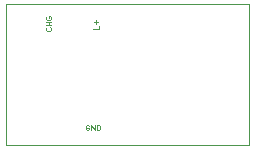
<source format=gto>
G75*
%MOIN*%
%OFA0B0*%
%FSLAX24Y24*%
%IPPOS*%
%LPD*%
%AMOC8*
5,1,8,0,0,1.08239X$1,22.5*
%
%ADD10C,0.0000*%
%ADD11C,0.0020*%
D10*
X001050Y002363D02*
X001050Y007088D01*
X009160Y007088D01*
X009160Y002363D01*
X001050Y002363D01*
D11*
X003702Y002895D02*
X003731Y002865D01*
X003790Y002865D01*
X003820Y002895D01*
X003820Y002954D01*
X003761Y002954D01*
X003820Y003013D02*
X003790Y003042D01*
X003731Y003042D01*
X003702Y003013D01*
X003702Y002895D01*
X003883Y002865D02*
X003883Y003042D01*
X004001Y002865D01*
X004001Y003042D01*
X004064Y003042D02*
X004153Y003042D01*
X004182Y003013D01*
X004182Y002895D01*
X004153Y002865D01*
X004064Y002865D01*
X004064Y003042D01*
X002530Y006192D02*
X002412Y006192D01*
X002383Y006222D01*
X002383Y006281D01*
X002412Y006310D01*
X002383Y006373D02*
X002560Y006373D01*
X002530Y006310D02*
X002560Y006281D01*
X002560Y006222D01*
X002530Y006192D01*
X002471Y006373D02*
X002471Y006491D01*
X002412Y006555D02*
X002530Y006555D01*
X002560Y006584D01*
X002560Y006643D01*
X002530Y006673D01*
X002471Y006673D01*
X002471Y006614D01*
X002412Y006673D02*
X002383Y006643D01*
X002383Y006584D01*
X002412Y006555D01*
X002383Y006491D02*
X002560Y006491D01*
X003957Y006243D02*
X004134Y006243D01*
X004134Y006361D01*
X004046Y006424D02*
X004046Y006542D01*
X003987Y006483D02*
X004105Y006483D01*
M02*

</source>
